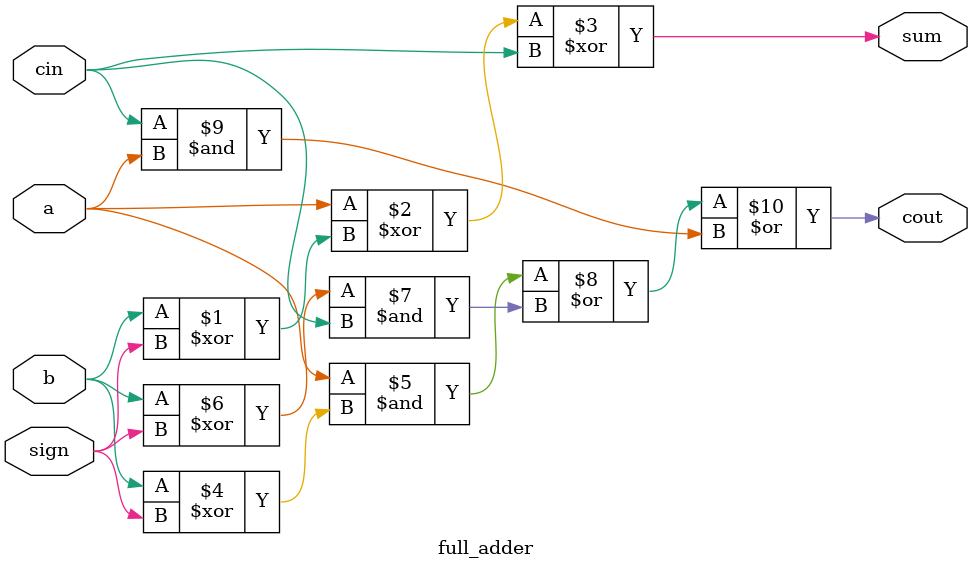
<source format=v>
`timescale 1ns / 1ps
module full_adder(a, b, cin, sign, sum, cout
);
input a;
input b;
input cin;
input sign;
output sum;
wire sum;
output cout;
wire cout;
assign sum = a^(b^sign)^cin;
assign cout = (a & (b^sign)) | ((b^sign) & cin) | (cin & a);
endmodule

</source>
